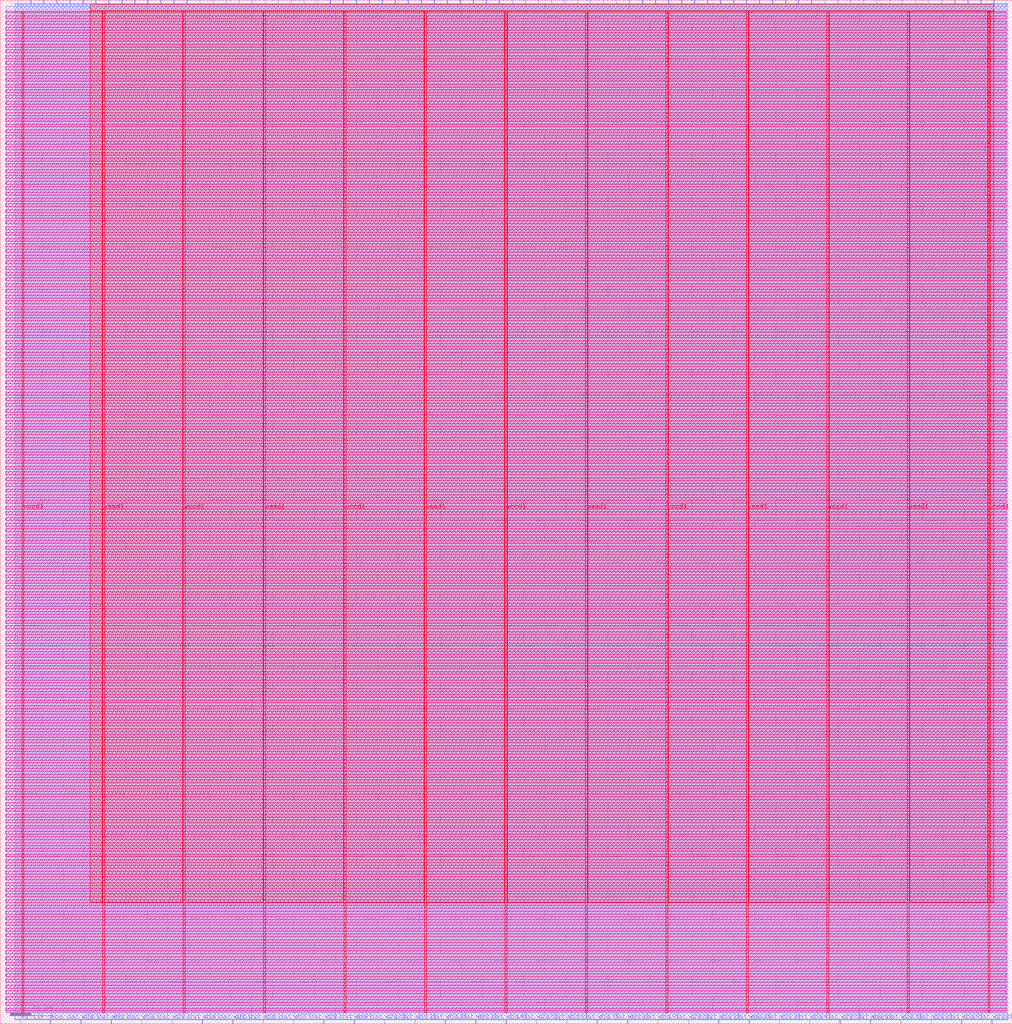
<source format=lef>
VERSION 5.7 ;
  NOWIREEXTENSIONATPIN ON ;
  DIVIDERCHAR "/" ;
  BUSBITCHARS "[]" ;
MACRO prediction
  CLASS BLOCK ;
  FOREIGN prediction ;
  ORIGIN 0.000 0.000 ;
  SIZE 965.765 BY 976.485 ;
  PIN io_in[0]
    DIRECTION INPUT ;
    USE SIGNAL ;
    PORT
      LAYER met2 ;
        RECT 16.650 972.485 16.930 976.485 ;
    END
  END io_in[0]
  PIN io_in[10]
    DIRECTION INPUT ;
    USE SIGNAL ;
    PORT
      LAYER met2 ;
        RECT 265.050 972.485 265.330 976.485 ;
    END
  END io_in[10]
  PIN io_in[11]
    DIRECTION INPUT ;
    USE SIGNAL ;
    PORT
      LAYER met2 ;
        RECT 289.890 972.485 290.170 976.485 ;
    END
  END io_in[11]
  PIN io_in[12]
    DIRECTION INPUT ;
    USE SIGNAL ;
    PORT
      LAYER met2 ;
        RECT 314.730 972.485 315.010 976.485 ;
    END
  END io_in[12]
  PIN io_in[13]
    DIRECTION INPUT ;
    USE SIGNAL ;
    PORT
      LAYER met2 ;
        RECT 339.570 972.485 339.850 976.485 ;
    END
  END io_in[13]
  PIN io_in[14]
    DIRECTION INPUT ;
    USE SIGNAL ;
    PORT
      LAYER met2 ;
        RECT 364.410 972.485 364.690 976.485 ;
    END
  END io_in[14]
  PIN io_in[15]
    DIRECTION INPUT ;
    USE SIGNAL ;
    PORT
      LAYER met2 ;
        RECT 389.250 972.485 389.530 976.485 ;
    END
  END io_in[15]
  PIN io_in[16]
    DIRECTION INPUT ;
    USE SIGNAL ;
    PORT
      LAYER met2 ;
        RECT 414.090 972.485 414.370 976.485 ;
    END
  END io_in[16]
  PIN io_in[17]
    DIRECTION INPUT ;
    USE SIGNAL ;
    PORT
      LAYER met2 ;
        RECT 438.930 972.485 439.210 976.485 ;
    END
  END io_in[17]
  PIN io_in[18]
    DIRECTION INPUT ;
    USE SIGNAL ;
    PORT
      LAYER met2 ;
        RECT 463.770 972.485 464.050 976.485 ;
    END
  END io_in[18]
  PIN io_in[19]
    DIRECTION INPUT ;
    USE SIGNAL ;
    PORT
      LAYER met2 ;
        RECT 488.610 972.485 488.890 976.485 ;
    END
  END io_in[19]
  PIN io_in[1]
    DIRECTION INPUT ;
    USE SIGNAL ;
    PORT
      LAYER met2 ;
        RECT 41.490 972.485 41.770 976.485 ;
    END
  END io_in[1]
  PIN io_in[20]
    DIRECTION INPUT ;
    USE SIGNAL ;
    PORT
      LAYER met2 ;
        RECT 513.450 972.485 513.730 976.485 ;
    END
  END io_in[20]
  PIN io_in[21]
    DIRECTION INPUT ;
    USE SIGNAL ;
    PORT
      LAYER met2 ;
        RECT 538.290 972.485 538.570 976.485 ;
    END
  END io_in[21]
  PIN io_in[22]
    DIRECTION INPUT ;
    USE SIGNAL ;
    PORT
      LAYER met2 ;
        RECT 563.130 972.485 563.410 976.485 ;
    END
  END io_in[22]
  PIN io_in[23]
    DIRECTION INPUT ;
    USE SIGNAL ;
    PORT
      LAYER met2 ;
        RECT 587.970 972.485 588.250 976.485 ;
    END
  END io_in[23]
  PIN io_in[24]
    DIRECTION INPUT ;
    USE SIGNAL ;
    PORT
      LAYER met2 ;
        RECT 612.810 972.485 613.090 976.485 ;
    END
  END io_in[24]
  PIN io_in[25]
    DIRECTION INPUT ;
    USE SIGNAL ;
    PORT
      LAYER met2 ;
        RECT 637.650 972.485 637.930 976.485 ;
    END
  END io_in[25]
  PIN io_in[26]
    DIRECTION INPUT ;
    USE SIGNAL ;
    PORT
      LAYER met2 ;
        RECT 662.490 972.485 662.770 976.485 ;
    END
  END io_in[26]
  PIN io_in[27]
    DIRECTION INPUT ;
    USE SIGNAL ;
    PORT
      LAYER met2 ;
        RECT 687.330 972.485 687.610 976.485 ;
    END
  END io_in[27]
  PIN io_in[28]
    DIRECTION INPUT ;
    USE SIGNAL ;
    PORT
      LAYER met2 ;
        RECT 712.170 972.485 712.450 976.485 ;
    END
  END io_in[28]
  PIN io_in[29]
    DIRECTION INPUT ;
    USE SIGNAL ;
    PORT
      LAYER met2 ;
        RECT 737.010 972.485 737.290 976.485 ;
    END
  END io_in[29]
  PIN io_in[2]
    DIRECTION INPUT ;
    USE SIGNAL ;
    PORT
      LAYER met2 ;
        RECT 66.330 972.485 66.610 976.485 ;
    END
  END io_in[2]
  PIN io_in[30]
    DIRECTION INPUT ;
    USE SIGNAL ;
    PORT
      LAYER met2 ;
        RECT 761.850 972.485 762.130 976.485 ;
    END
  END io_in[30]
  PIN io_in[31]
    DIRECTION INPUT ;
    USE SIGNAL ;
    PORT
      LAYER met2 ;
        RECT 786.690 972.485 786.970 976.485 ;
    END
  END io_in[31]
  PIN io_in[32]
    DIRECTION INPUT ;
    USE SIGNAL ;
    PORT
      LAYER met2 ;
        RECT 811.530 972.485 811.810 976.485 ;
    END
  END io_in[32]
  PIN io_in[33]
    DIRECTION INPUT ;
    USE SIGNAL ;
    PORT
      LAYER met2 ;
        RECT 836.370 972.485 836.650 976.485 ;
    END
  END io_in[33]
  PIN io_in[34]
    DIRECTION INPUT ;
    USE SIGNAL ;
    PORT
      LAYER met2 ;
        RECT 861.210 972.485 861.490 976.485 ;
    END
  END io_in[34]
  PIN io_in[35]
    DIRECTION INPUT ;
    USE SIGNAL ;
    PORT
      LAYER met2 ;
        RECT 886.050 972.485 886.330 976.485 ;
    END
  END io_in[35]
  PIN io_in[36]
    DIRECTION INPUT ;
    USE SIGNAL ;
    PORT
      LAYER met2 ;
        RECT 910.890 972.485 911.170 976.485 ;
    END
  END io_in[36]
  PIN io_in[37]
    DIRECTION INPUT ;
    USE SIGNAL ;
    PORT
      LAYER met2 ;
        RECT 935.730 972.485 936.010 976.485 ;
    END
  END io_in[37]
  PIN io_in[3]
    DIRECTION INPUT ;
    USE SIGNAL ;
    PORT
      LAYER met2 ;
        RECT 91.170 972.485 91.450 976.485 ;
    END
  END io_in[3]
  PIN io_in[4]
    DIRECTION INPUT ;
    USE SIGNAL ;
    PORT
      LAYER met2 ;
        RECT 116.010 972.485 116.290 976.485 ;
    END
  END io_in[4]
  PIN io_in[5]
    DIRECTION INPUT ;
    USE SIGNAL ;
    PORT
      LAYER met2 ;
        RECT 140.850 972.485 141.130 976.485 ;
    END
  END io_in[5]
  PIN io_in[6]
    DIRECTION INPUT ;
    USE SIGNAL ;
    PORT
      LAYER met2 ;
        RECT 165.690 972.485 165.970 976.485 ;
    END
  END io_in[6]
  PIN io_in[7]
    DIRECTION INPUT ;
    USE SIGNAL ;
    PORT
      LAYER met2 ;
        RECT 190.530 972.485 190.810 976.485 ;
    END
  END io_in[7]
  PIN io_in[8]
    DIRECTION INPUT ;
    USE SIGNAL ;
    PORT
      LAYER met2 ;
        RECT 215.370 972.485 215.650 976.485 ;
    END
  END io_in[8]
  PIN io_in[9]
    DIRECTION INPUT ;
    USE SIGNAL ;
    PORT
      LAYER met2 ;
        RECT 240.210 972.485 240.490 976.485 ;
    END
  END io_in[9]
  PIN io_out[0]
    DIRECTION OUTPUT TRISTATE ;
    USE SIGNAL ;
    PORT
      LAYER met2 ;
        RECT 29.070 972.485 29.350 976.485 ;
    END
  END io_out[0]
  PIN io_out[10]
    DIRECTION OUTPUT TRISTATE ;
    USE SIGNAL ;
    PORT
      LAYER met2 ;
        RECT 277.470 972.485 277.750 976.485 ;
    END
  END io_out[10]
  PIN io_out[11]
    DIRECTION OUTPUT TRISTATE ;
    USE SIGNAL ;
    PORT
      LAYER met2 ;
        RECT 302.310 972.485 302.590 976.485 ;
    END
  END io_out[11]
  PIN io_out[12]
    DIRECTION OUTPUT TRISTATE ;
    USE SIGNAL ;
    PORT
      LAYER met2 ;
        RECT 327.150 972.485 327.430 976.485 ;
    END
  END io_out[12]
  PIN io_out[13]
    DIRECTION OUTPUT TRISTATE ;
    USE SIGNAL ;
    PORT
      LAYER met2 ;
        RECT 351.990 972.485 352.270 976.485 ;
    END
  END io_out[13]
  PIN io_out[14]
    DIRECTION OUTPUT TRISTATE ;
    USE SIGNAL ;
    PORT
      LAYER met2 ;
        RECT 376.830 972.485 377.110 976.485 ;
    END
  END io_out[14]
  PIN io_out[15]
    DIRECTION OUTPUT TRISTATE ;
    USE SIGNAL ;
    PORT
      LAYER met2 ;
        RECT 401.670 972.485 401.950 976.485 ;
    END
  END io_out[15]
  PIN io_out[16]
    DIRECTION OUTPUT TRISTATE ;
    USE SIGNAL ;
    PORT
      LAYER met2 ;
        RECT 426.510 972.485 426.790 976.485 ;
    END
  END io_out[16]
  PIN io_out[17]
    DIRECTION OUTPUT TRISTATE ;
    USE SIGNAL ;
    PORT
      LAYER met2 ;
        RECT 451.350 972.485 451.630 976.485 ;
    END
  END io_out[17]
  PIN io_out[18]
    DIRECTION OUTPUT TRISTATE ;
    USE SIGNAL ;
    PORT
      LAYER met2 ;
        RECT 476.190 972.485 476.470 976.485 ;
    END
  END io_out[18]
  PIN io_out[19]
    DIRECTION OUTPUT TRISTATE ;
    USE SIGNAL ;
    PORT
      LAYER met2 ;
        RECT 501.030 972.485 501.310 976.485 ;
    END
  END io_out[19]
  PIN io_out[1]
    DIRECTION OUTPUT TRISTATE ;
    USE SIGNAL ;
    PORT
      LAYER met2 ;
        RECT 53.910 972.485 54.190 976.485 ;
    END
  END io_out[1]
  PIN io_out[20]
    DIRECTION OUTPUT TRISTATE ;
    USE SIGNAL ;
    PORT
      LAYER met2 ;
        RECT 525.870 972.485 526.150 976.485 ;
    END
  END io_out[20]
  PIN io_out[21]
    DIRECTION OUTPUT TRISTATE ;
    USE SIGNAL ;
    PORT
      LAYER met2 ;
        RECT 550.710 972.485 550.990 976.485 ;
    END
  END io_out[21]
  PIN io_out[22]
    DIRECTION OUTPUT TRISTATE ;
    USE SIGNAL ;
    PORT
      LAYER met2 ;
        RECT 575.550 972.485 575.830 976.485 ;
    END
  END io_out[22]
  PIN io_out[23]
    DIRECTION OUTPUT TRISTATE ;
    USE SIGNAL ;
    PORT
      LAYER met2 ;
        RECT 600.390 972.485 600.670 976.485 ;
    END
  END io_out[23]
  PIN io_out[24]
    DIRECTION OUTPUT TRISTATE ;
    USE SIGNAL ;
    PORT
      LAYER met2 ;
        RECT 625.230 972.485 625.510 976.485 ;
    END
  END io_out[24]
  PIN io_out[25]
    DIRECTION OUTPUT TRISTATE ;
    USE SIGNAL ;
    PORT
      LAYER met2 ;
        RECT 650.070 972.485 650.350 976.485 ;
    END
  END io_out[25]
  PIN io_out[26]
    DIRECTION OUTPUT TRISTATE ;
    USE SIGNAL ;
    PORT
      LAYER met2 ;
        RECT 674.910 972.485 675.190 976.485 ;
    END
  END io_out[26]
  PIN io_out[27]
    DIRECTION OUTPUT TRISTATE ;
    USE SIGNAL ;
    PORT
      LAYER met2 ;
        RECT 699.750 972.485 700.030 976.485 ;
    END
  END io_out[27]
  PIN io_out[28]
    DIRECTION OUTPUT TRISTATE ;
    USE SIGNAL ;
    PORT
      LAYER met2 ;
        RECT 724.590 972.485 724.870 976.485 ;
    END
  END io_out[28]
  PIN io_out[29]
    DIRECTION OUTPUT TRISTATE ;
    USE SIGNAL ;
    PORT
      LAYER met2 ;
        RECT 749.430 972.485 749.710 976.485 ;
    END
  END io_out[29]
  PIN io_out[2]
    DIRECTION OUTPUT TRISTATE ;
    USE SIGNAL ;
    PORT
      LAYER met2 ;
        RECT 78.750 972.485 79.030 976.485 ;
    END
  END io_out[2]
  PIN io_out[30]
    DIRECTION OUTPUT TRISTATE ;
    USE SIGNAL ;
    PORT
      LAYER met2 ;
        RECT 774.270 972.485 774.550 976.485 ;
    END
  END io_out[30]
  PIN io_out[31]
    DIRECTION OUTPUT TRISTATE ;
    USE SIGNAL ;
    PORT
      LAYER met2 ;
        RECT 799.110 972.485 799.390 976.485 ;
    END
  END io_out[31]
  PIN io_out[32]
    DIRECTION OUTPUT TRISTATE ;
    USE SIGNAL ;
    PORT
      LAYER met2 ;
        RECT 823.950 972.485 824.230 976.485 ;
    END
  END io_out[32]
  PIN io_out[33]
    DIRECTION OUTPUT TRISTATE ;
    USE SIGNAL ;
    PORT
      LAYER met2 ;
        RECT 848.790 972.485 849.070 976.485 ;
    END
  END io_out[33]
  PIN io_out[34]
    DIRECTION OUTPUT TRISTATE ;
    USE SIGNAL ;
    PORT
      LAYER met2 ;
        RECT 873.630 972.485 873.910 976.485 ;
    END
  END io_out[34]
  PIN io_out[35]
    DIRECTION OUTPUT TRISTATE ;
    USE SIGNAL ;
    PORT
      LAYER met2 ;
        RECT 898.470 972.485 898.750 976.485 ;
    END
  END io_out[35]
  PIN io_out[36]
    DIRECTION OUTPUT TRISTATE ;
    USE SIGNAL ;
    PORT
      LAYER met2 ;
        RECT 923.310 972.485 923.590 976.485 ;
    END
  END io_out[36]
  PIN io_out[37]
    DIRECTION OUTPUT TRISTATE ;
    USE SIGNAL ;
    PORT
      LAYER met2 ;
        RECT 948.150 972.485 948.430 976.485 ;
    END
  END io_out[37]
  PIN io_out[3]
    DIRECTION OUTPUT TRISTATE ;
    USE SIGNAL ;
    PORT
      LAYER met2 ;
        RECT 103.590 972.485 103.870 976.485 ;
    END
  END io_out[3]
  PIN io_out[4]
    DIRECTION OUTPUT TRISTATE ;
    USE SIGNAL ;
    PORT
      LAYER met2 ;
        RECT 128.430 972.485 128.710 976.485 ;
    END
  END io_out[4]
  PIN io_out[5]
    DIRECTION OUTPUT TRISTATE ;
    USE SIGNAL ;
    PORT
      LAYER met2 ;
        RECT 153.270 972.485 153.550 976.485 ;
    END
  END io_out[5]
  PIN io_out[6]
    DIRECTION OUTPUT TRISTATE ;
    USE SIGNAL ;
    PORT
      LAYER met2 ;
        RECT 178.110 972.485 178.390 976.485 ;
    END
  END io_out[6]
  PIN io_out[7]
    DIRECTION OUTPUT TRISTATE ;
    USE SIGNAL ;
    PORT
      LAYER met2 ;
        RECT 202.950 972.485 203.230 976.485 ;
    END
  END io_out[7]
  PIN io_out[8]
    DIRECTION OUTPUT TRISTATE ;
    USE SIGNAL ;
    PORT
      LAYER met2 ;
        RECT 227.790 972.485 228.070 976.485 ;
    END
  END io_out[8]
  PIN io_out[9]
    DIRECTION OUTPUT TRISTATE ;
    USE SIGNAL ;
    PORT
      LAYER met2 ;
        RECT 252.630 972.485 252.910 976.485 ;
    END
  END io_out[9]
  PIN vccd1
    DIRECTION INOUT ;
    USE POWER ;
    PORT
      LAYER met4 ;
        RECT 21.040 10.640 22.640 965.840 ;
    END
    PORT
      LAYER met4 ;
        RECT 174.640 10.640 176.240 965.840 ;
    END
    PORT
      LAYER met4 ;
        RECT 328.240 10.640 329.840 965.840 ;
    END
    PORT
      LAYER met4 ;
        RECT 481.840 10.640 483.440 965.840 ;
    END
    PORT
      LAYER met4 ;
        RECT 635.440 10.640 637.040 965.840 ;
    END
    PORT
      LAYER met4 ;
        RECT 789.040 10.640 790.640 965.840 ;
    END
    PORT
      LAYER met4 ;
        RECT 942.640 10.640 944.240 965.840 ;
    END
  END vccd1
  PIN vssd1
    DIRECTION INOUT ;
    USE GROUND ;
    PORT
      LAYER met4 ;
        RECT 97.840 10.640 99.440 965.840 ;
    END
    PORT
      LAYER met4 ;
        RECT 251.440 10.640 253.040 965.840 ;
    END
    PORT
      LAYER met4 ;
        RECT 405.040 10.640 406.640 965.840 ;
    END
    PORT
      LAYER met4 ;
        RECT 558.640 10.640 560.240 965.840 ;
    END
    PORT
      LAYER met4 ;
        RECT 712.240 10.640 713.840 965.840 ;
    END
    PORT
      LAYER met4 ;
        RECT 865.840 10.640 867.440 965.840 ;
    END
  END vssd1
  PIN wb_clk_i
    DIRECTION INPUT ;
    USE SIGNAL ;
    PORT
      LAYER met2 ;
        RECT 18.950 0.000 19.230 4.000 ;
    END
  END wb_clk_i
  PIN wbs_dat_o[0]
    DIRECTION OUTPUT TRISTATE ;
    USE SIGNAL ;
    PORT
      LAYER met2 ;
        RECT 47.930 0.000 48.210 4.000 ;
    END
  END wbs_dat_o[0]
  PIN wbs_dat_o[10]
    DIRECTION OUTPUT TRISTATE ;
    USE SIGNAL ;
    PORT
      LAYER met2 ;
        RECT 337.730 0.000 338.010 4.000 ;
    END
  END wbs_dat_o[10]
  PIN wbs_dat_o[11]
    DIRECTION OUTPUT TRISTATE ;
    USE SIGNAL ;
    PORT
      LAYER met2 ;
        RECT 366.710 0.000 366.990 4.000 ;
    END
  END wbs_dat_o[11]
  PIN wbs_dat_o[12]
    DIRECTION OUTPUT TRISTATE ;
    USE SIGNAL ;
    PORT
      LAYER met2 ;
        RECT 395.690 0.000 395.970 4.000 ;
    END
  END wbs_dat_o[12]
  PIN wbs_dat_o[13]
    DIRECTION OUTPUT TRISTATE ;
    USE SIGNAL ;
    PORT
      LAYER met2 ;
        RECT 424.670 0.000 424.950 4.000 ;
    END
  END wbs_dat_o[13]
  PIN wbs_dat_o[14]
    DIRECTION OUTPUT TRISTATE ;
    USE SIGNAL ;
    PORT
      LAYER met2 ;
        RECT 453.650 0.000 453.930 4.000 ;
    END
  END wbs_dat_o[14]
  PIN wbs_dat_o[15]
    DIRECTION OUTPUT TRISTATE ;
    USE SIGNAL ;
    PORT
      LAYER met2 ;
        RECT 482.630 0.000 482.910 4.000 ;
    END
  END wbs_dat_o[15]
  PIN wbs_dat_o[16]
    DIRECTION OUTPUT TRISTATE ;
    USE SIGNAL ;
    PORT
      LAYER met2 ;
        RECT 511.610 0.000 511.890 4.000 ;
    END
  END wbs_dat_o[16]
  PIN wbs_dat_o[17]
    DIRECTION OUTPUT TRISTATE ;
    USE SIGNAL ;
    PORT
      LAYER met2 ;
        RECT 540.590 0.000 540.870 4.000 ;
    END
  END wbs_dat_o[17]
  PIN wbs_dat_o[18]
    DIRECTION OUTPUT TRISTATE ;
    USE SIGNAL ;
    PORT
      LAYER met2 ;
        RECT 569.570 0.000 569.850 4.000 ;
    END
  END wbs_dat_o[18]
  PIN wbs_dat_o[19]
    DIRECTION OUTPUT TRISTATE ;
    USE SIGNAL ;
    PORT
      LAYER met2 ;
        RECT 598.550 0.000 598.830 4.000 ;
    END
  END wbs_dat_o[19]
  PIN wbs_dat_o[1]
    DIRECTION OUTPUT TRISTATE ;
    USE SIGNAL ;
    PORT
      LAYER met2 ;
        RECT 76.910 0.000 77.190 4.000 ;
    END
  END wbs_dat_o[1]
  PIN wbs_dat_o[20]
    DIRECTION OUTPUT TRISTATE ;
    USE SIGNAL ;
    PORT
      LAYER met2 ;
        RECT 627.530 0.000 627.810 4.000 ;
    END
  END wbs_dat_o[20]
  PIN wbs_dat_o[21]
    DIRECTION OUTPUT TRISTATE ;
    USE SIGNAL ;
    PORT
      LAYER met2 ;
        RECT 656.510 0.000 656.790 4.000 ;
    END
  END wbs_dat_o[21]
  PIN wbs_dat_o[22]
    DIRECTION OUTPUT TRISTATE ;
    USE SIGNAL ;
    PORT
      LAYER met2 ;
        RECT 685.490 0.000 685.770 4.000 ;
    END
  END wbs_dat_o[22]
  PIN wbs_dat_o[23]
    DIRECTION OUTPUT TRISTATE ;
    USE SIGNAL ;
    PORT
      LAYER met2 ;
        RECT 714.470 0.000 714.750 4.000 ;
    END
  END wbs_dat_o[23]
  PIN wbs_dat_o[24]
    DIRECTION OUTPUT TRISTATE ;
    USE SIGNAL ;
    PORT
      LAYER met2 ;
        RECT 743.450 0.000 743.730 4.000 ;
    END
  END wbs_dat_o[24]
  PIN wbs_dat_o[25]
    DIRECTION OUTPUT TRISTATE ;
    USE SIGNAL ;
    PORT
      LAYER met2 ;
        RECT 772.430 0.000 772.710 4.000 ;
    END
  END wbs_dat_o[25]
  PIN wbs_dat_o[26]
    DIRECTION OUTPUT TRISTATE ;
    USE SIGNAL ;
    PORT
      LAYER met2 ;
        RECT 801.410 0.000 801.690 4.000 ;
    END
  END wbs_dat_o[26]
  PIN wbs_dat_o[27]
    DIRECTION OUTPUT TRISTATE ;
    USE SIGNAL ;
    PORT
      LAYER met2 ;
        RECT 830.390 0.000 830.670 4.000 ;
    END
  END wbs_dat_o[27]
  PIN wbs_dat_o[28]
    DIRECTION OUTPUT TRISTATE ;
    USE SIGNAL ;
    PORT
      LAYER met2 ;
        RECT 859.370 0.000 859.650 4.000 ;
    END
  END wbs_dat_o[28]
  PIN wbs_dat_o[29]
    DIRECTION OUTPUT TRISTATE ;
    USE SIGNAL ;
    PORT
      LAYER met2 ;
        RECT 888.350 0.000 888.630 4.000 ;
    END
  END wbs_dat_o[29]
  PIN wbs_dat_o[2]
    DIRECTION OUTPUT TRISTATE ;
    USE SIGNAL ;
    PORT
      LAYER met2 ;
        RECT 105.890 0.000 106.170 4.000 ;
    END
  END wbs_dat_o[2]
  PIN wbs_dat_o[30]
    DIRECTION OUTPUT TRISTATE ;
    USE SIGNAL ;
    PORT
      LAYER met2 ;
        RECT 917.330 0.000 917.610 4.000 ;
    END
  END wbs_dat_o[30]
  PIN wbs_dat_o[31]
    DIRECTION OUTPUT TRISTATE ;
    USE SIGNAL ;
    PORT
      LAYER met2 ;
        RECT 946.310 0.000 946.590 4.000 ;
    END
  END wbs_dat_o[31]
  PIN wbs_dat_o[3]
    DIRECTION OUTPUT TRISTATE ;
    USE SIGNAL ;
    PORT
      LAYER met2 ;
        RECT 134.870 0.000 135.150 4.000 ;
    END
  END wbs_dat_o[3]
  PIN wbs_dat_o[4]
    DIRECTION OUTPUT TRISTATE ;
    USE SIGNAL ;
    PORT
      LAYER met2 ;
        RECT 163.850 0.000 164.130 4.000 ;
    END
  END wbs_dat_o[4]
  PIN wbs_dat_o[5]
    DIRECTION OUTPUT TRISTATE ;
    USE SIGNAL ;
    PORT
      LAYER met2 ;
        RECT 192.830 0.000 193.110 4.000 ;
    END
  END wbs_dat_o[5]
  PIN wbs_dat_o[6]
    DIRECTION OUTPUT TRISTATE ;
    USE SIGNAL ;
    PORT
      LAYER met2 ;
        RECT 221.810 0.000 222.090 4.000 ;
    END
  END wbs_dat_o[6]
  PIN wbs_dat_o[7]
    DIRECTION OUTPUT TRISTATE ;
    USE SIGNAL ;
    PORT
      LAYER met2 ;
        RECT 250.790 0.000 251.070 4.000 ;
    END
  END wbs_dat_o[7]
  PIN wbs_dat_o[8]
    DIRECTION OUTPUT TRISTATE ;
    USE SIGNAL ;
    PORT
      LAYER met2 ;
        RECT 279.770 0.000 280.050 4.000 ;
    END
  END wbs_dat_o[8]
  PIN wbs_dat_o[9]
    DIRECTION OUTPUT TRISTATE ;
    USE SIGNAL ;
    PORT
      LAYER met2 ;
        RECT 308.750 0.000 309.030 4.000 ;
    END
  END wbs_dat_o[9]
  OBS
      LAYER nwell ;
        RECT 5.330 964.185 960.210 965.790 ;
        RECT 5.330 958.745 960.210 961.575 ;
        RECT 5.330 953.305 960.210 956.135 ;
        RECT 5.330 947.865 960.210 950.695 ;
        RECT 5.330 942.425 960.210 945.255 ;
        RECT 5.330 936.985 960.210 939.815 ;
        RECT 5.330 931.545 960.210 934.375 ;
        RECT 5.330 926.105 960.210 928.935 ;
        RECT 5.330 920.665 960.210 923.495 ;
        RECT 5.330 915.225 960.210 918.055 ;
        RECT 5.330 909.785 960.210 912.615 ;
        RECT 5.330 904.345 960.210 907.175 ;
        RECT 5.330 898.905 960.210 901.735 ;
        RECT 5.330 893.465 960.210 896.295 ;
        RECT 5.330 888.025 960.210 890.855 ;
        RECT 5.330 882.585 960.210 885.415 ;
        RECT 5.330 877.145 960.210 879.975 ;
        RECT 5.330 871.705 960.210 874.535 ;
        RECT 5.330 866.265 960.210 869.095 ;
        RECT 5.330 860.825 960.210 863.655 ;
        RECT 5.330 855.385 960.210 858.215 ;
        RECT 5.330 849.945 960.210 852.775 ;
        RECT 5.330 844.505 960.210 847.335 ;
        RECT 5.330 839.065 960.210 841.895 ;
        RECT 5.330 833.625 960.210 836.455 ;
        RECT 5.330 828.185 960.210 831.015 ;
        RECT 5.330 822.745 960.210 825.575 ;
        RECT 5.330 817.305 960.210 820.135 ;
        RECT 5.330 811.865 960.210 814.695 ;
        RECT 5.330 806.425 960.210 809.255 ;
        RECT 5.330 800.985 960.210 803.815 ;
        RECT 5.330 795.545 960.210 798.375 ;
        RECT 5.330 790.105 960.210 792.935 ;
        RECT 5.330 784.665 960.210 787.495 ;
        RECT 5.330 779.225 960.210 782.055 ;
        RECT 5.330 773.785 960.210 776.615 ;
        RECT 5.330 768.345 960.210 771.175 ;
        RECT 5.330 762.905 960.210 765.735 ;
        RECT 5.330 757.465 960.210 760.295 ;
        RECT 5.330 752.025 960.210 754.855 ;
        RECT 5.330 746.585 960.210 749.415 ;
        RECT 5.330 741.145 960.210 743.975 ;
        RECT 5.330 735.705 960.210 738.535 ;
        RECT 5.330 730.265 960.210 733.095 ;
        RECT 5.330 724.825 960.210 727.655 ;
        RECT 5.330 719.385 960.210 722.215 ;
        RECT 5.330 713.945 960.210 716.775 ;
        RECT 5.330 708.505 960.210 711.335 ;
        RECT 5.330 703.065 960.210 705.895 ;
        RECT 5.330 697.625 960.210 700.455 ;
        RECT 5.330 692.185 960.210 695.015 ;
        RECT 5.330 686.745 960.210 689.575 ;
        RECT 5.330 681.305 960.210 684.135 ;
        RECT 5.330 675.865 960.210 678.695 ;
        RECT 5.330 670.425 960.210 673.255 ;
        RECT 5.330 664.985 960.210 667.815 ;
        RECT 5.330 659.545 960.210 662.375 ;
        RECT 5.330 654.105 960.210 656.935 ;
        RECT 5.330 648.665 960.210 651.495 ;
        RECT 5.330 643.225 960.210 646.055 ;
        RECT 5.330 637.785 960.210 640.615 ;
        RECT 5.330 632.345 960.210 635.175 ;
        RECT 5.330 626.905 960.210 629.735 ;
        RECT 5.330 621.465 960.210 624.295 ;
        RECT 5.330 616.025 960.210 618.855 ;
        RECT 5.330 610.585 960.210 613.415 ;
        RECT 5.330 605.145 960.210 607.975 ;
        RECT 5.330 599.705 960.210 602.535 ;
        RECT 5.330 594.265 960.210 597.095 ;
        RECT 5.330 588.825 960.210 591.655 ;
        RECT 5.330 583.385 960.210 586.215 ;
        RECT 5.330 577.945 960.210 580.775 ;
        RECT 5.330 572.505 960.210 575.335 ;
        RECT 5.330 567.065 960.210 569.895 ;
        RECT 5.330 561.625 960.210 564.455 ;
        RECT 5.330 556.185 960.210 559.015 ;
        RECT 5.330 550.745 960.210 553.575 ;
        RECT 5.330 545.305 960.210 548.135 ;
        RECT 5.330 539.865 960.210 542.695 ;
        RECT 5.330 534.425 960.210 537.255 ;
        RECT 5.330 528.985 960.210 531.815 ;
        RECT 5.330 523.545 960.210 526.375 ;
        RECT 5.330 518.105 960.210 520.935 ;
        RECT 5.330 512.665 960.210 515.495 ;
        RECT 5.330 507.225 960.210 510.055 ;
        RECT 5.330 501.785 960.210 504.615 ;
        RECT 5.330 496.345 960.210 499.175 ;
        RECT 5.330 490.905 960.210 493.735 ;
        RECT 5.330 485.465 960.210 488.295 ;
        RECT 5.330 480.025 960.210 482.855 ;
        RECT 5.330 474.585 960.210 477.415 ;
        RECT 5.330 469.145 960.210 471.975 ;
        RECT 5.330 463.705 960.210 466.535 ;
        RECT 5.330 458.265 960.210 461.095 ;
        RECT 5.330 452.825 960.210 455.655 ;
        RECT 5.330 447.385 960.210 450.215 ;
        RECT 5.330 441.945 960.210 444.775 ;
        RECT 5.330 436.505 960.210 439.335 ;
        RECT 5.330 431.065 960.210 433.895 ;
        RECT 5.330 425.625 960.210 428.455 ;
        RECT 5.330 420.185 960.210 423.015 ;
        RECT 5.330 414.745 960.210 417.575 ;
        RECT 5.330 409.305 960.210 412.135 ;
        RECT 5.330 403.865 960.210 406.695 ;
        RECT 5.330 398.425 960.210 401.255 ;
        RECT 5.330 392.985 960.210 395.815 ;
        RECT 5.330 387.545 960.210 390.375 ;
        RECT 5.330 382.105 960.210 384.935 ;
        RECT 5.330 376.665 960.210 379.495 ;
        RECT 5.330 371.225 960.210 374.055 ;
        RECT 5.330 365.785 960.210 368.615 ;
        RECT 5.330 360.345 960.210 363.175 ;
        RECT 5.330 354.905 960.210 357.735 ;
        RECT 5.330 349.465 960.210 352.295 ;
        RECT 5.330 344.025 960.210 346.855 ;
        RECT 5.330 338.585 960.210 341.415 ;
        RECT 5.330 333.145 960.210 335.975 ;
        RECT 5.330 327.705 960.210 330.535 ;
        RECT 5.330 322.265 960.210 325.095 ;
        RECT 5.330 316.825 960.210 319.655 ;
        RECT 5.330 311.385 960.210 314.215 ;
        RECT 5.330 305.945 960.210 308.775 ;
        RECT 5.330 300.505 960.210 303.335 ;
        RECT 5.330 295.065 960.210 297.895 ;
        RECT 5.330 289.625 960.210 292.455 ;
        RECT 5.330 284.185 960.210 287.015 ;
        RECT 5.330 278.745 960.210 281.575 ;
        RECT 5.330 273.305 960.210 276.135 ;
        RECT 5.330 267.865 960.210 270.695 ;
        RECT 5.330 262.425 960.210 265.255 ;
        RECT 5.330 256.985 960.210 259.815 ;
        RECT 5.330 251.545 960.210 254.375 ;
        RECT 5.330 246.105 960.210 248.935 ;
        RECT 5.330 240.665 960.210 243.495 ;
        RECT 5.330 235.225 960.210 238.055 ;
        RECT 5.330 229.785 960.210 232.615 ;
        RECT 5.330 224.345 960.210 227.175 ;
        RECT 5.330 218.905 960.210 221.735 ;
        RECT 5.330 213.465 960.210 216.295 ;
        RECT 5.330 208.025 960.210 210.855 ;
        RECT 5.330 202.585 960.210 205.415 ;
        RECT 5.330 197.145 960.210 199.975 ;
        RECT 5.330 191.705 960.210 194.535 ;
        RECT 5.330 186.265 960.210 189.095 ;
        RECT 5.330 180.825 960.210 183.655 ;
        RECT 5.330 175.385 960.210 178.215 ;
        RECT 5.330 169.945 960.210 172.775 ;
        RECT 5.330 164.505 960.210 167.335 ;
        RECT 5.330 159.065 960.210 161.895 ;
        RECT 5.330 153.625 960.210 156.455 ;
        RECT 5.330 148.185 960.210 151.015 ;
        RECT 5.330 142.745 960.210 145.575 ;
        RECT 5.330 137.305 960.210 140.135 ;
        RECT 5.330 131.865 960.210 134.695 ;
        RECT 5.330 126.425 960.210 129.255 ;
        RECT 5.330 120.985 960.210 123.815 ;
        RECT 5.330 115.545 960.210 118.375 ;
        RECT 5.330 110.105 960.210 112.935 ;
        RECT 5.330 104.665 960.210 107.495 ;
        RECT 5.330 99.225 960.210 102.055 ;
        RECT 5.330 93.785 960.210 96.615 ;
        RECT 5.330 88.345 960.210 91.175 ;
        RECT 5.330 82.905 960.210 85.735 ;
        RECT 5.330 77.465 960.210 80.295 ;
        RECT 5.330 72.025 960.210 74.855 ;
        RECT 5.330 66.585 960.210 69.415 ;
        RECT 5.330 61.145 960.210 63.975 ;
        RECT 5.330 55.705 960.210 58.535 ;
        RECT 5.330 50.265 960.210 53.095 ;
        RECT 5.330 44.825 960.210 47.655 ;
        RECT 5.330 39.385 960.210 42.215 ;
        RECT 5.330 33.945 960.210 36.775 ;
        RECT 5.330 28.505 960.210 31.335 ;
        RECT 5.330 23.065 960.210 25.895 ;
        RECT 5.330 17.625 960.210 20.455 ;
        RECT 5.330 12.185 960.210 15.015 ;
      LAYER li1 ;
        RECT 5.520 10.795 960.020 965.685 ;
      LAYER met1 ;
        RECT 5.520 10.640 961.330 970.320 ;
      LAYER met2 ;
        RECT 13.890 972.205 16.370 972.810 ;
        RECT 17.210 972.205 28.790 972.810 ;
        RECT 29.630 972.205 41.210 972.810 ;
        RECT 42.050 972.205 53.630 972.810 ;
        RECT 54.470 972.205 66.050 972.810 ;
        RECT 66.890 972.205 78.470 972.810 ;
        RECT 79.310 972.205 90.890 972.810 ;
        RECT 91.730 972.205 103.310 972.810 ;
        RECT 104.150 972.205 115.730 972.810 ;
        RECT 116.570 972.205 128.150 972.810 ;
        RECT 128.990 972.205 140.570 972.810 ;
        RECT 141.410 972.205 152.990 972.810 ;
        RECT 153.830 972.205 165.410 972.810 ;
        RECT 166.250 972.205 177.830 972.810 ;
        RECT 178.670 972.205 190.250 972.810 ;
        RECT 191.090 972.205 202.670 972.810 ;
        RECT 203.510 972.205 215.090 972.810 ;
        RECT 215.930 972.205 227.510 972.810 ;
        RECT 228.350 972.205 239.930 972.810 ;
        RECT 240.770 972.205 252.350 972.810 ;
        RECT 253.190 972.205 264.770 972.810 ;
        RECT 265.610 972.205 277.190 972.810 ;
        RECT 278.030 972.205 289.610 972.810 ;
        RECT 290.450 972.205 302.030 972.810 ;
        RECT 302.870 972.205 314.450 972.810 ;
        RECT 315.290 972.205 326.870 972.810 ;
        RECT 327.710 972.205 339.290 972.810 ;
        RECT 340.130 972.205 351.710 972.810 ;
        RECT 352.550 972.205 364.130 972.810 ;
        RECT 364.970 972.205 376.550 972.810 ;
        RECT 377.390 972.205 388.970 972.810 ;
        RECT 389.810 972.205 401.390 972.810 ;
        RECT 402.230 972.205 413.810 972.810 ;
        RECT 414.650 972.205 426.230 972.810 ;
        RECT 427.070 972.205 438.650 972.810 ;
        RECT 439.490 972.205 451.070 972.810 ;
        RECT 451.910 972.205 463.490 972.810 ;
        RECT 464.330 972.205 475.910 972.810 ;
        RECT 476.750 972.205 488.330 972.810 ;
        RECT 489.170 972.205 500.750 972.810 ;
        RECT 501.590 972.205 513.170 972.810 ;
        RECT 514.010 972.205 525.590 972.810 ;
        RECT 526.430 972.205 538.010 972.810 ;
        RECT 538.850 972.205 550.430 972.810 ;
        RECT 551.270 972.205 562.850 972.810 ;
        RECT 563.690 972.205 575.270 972.810 ;
        RECT 576.110 972.205 587.690 972.810 ;
        RECT 588.530 972.205 600.110 972.810 ;
        RECT 600.950 972.205 612.530 972.810 ;
        RECT 613.370 972.205 624.950 972.810 ;
        RECT 625.790 972.205 637.370 972.810 ;
        RECT 638.210 972.205 649.790 972.810 ;
        RECT 650.630 972.205 662.210 972.810 ;
        RECT 663.050 972.205 674.630 972.810 ;
        RECT 675.470 972.205 687.050 972.810 ;
        RECT 687.890 972.205 699.470 972.810 ;
        RECT 700.310 972.205 711.890 972.810 ;
        RECT 712.730 972.205 724.310 972.810 ;
        RECT 725.150 972.205 736.730 972.810 ;
        RECT 737.570 972.205 749.150 972.810 ;
        RECT 749.990 972.205 761.570 972.810 ;
        RECT 762.410 972.205 773.990 972.810 ;
        RECT 774.830 972.205 786.410 972.810 ;
        RECT 787.250 972.205 798.830 972.810 ;
        RECT 799.670 972.205 811.250 972.810 ;
        RECT 812.090 972.205 823.670 972.810 ;
        RECT 824.510 972.205 836.090 972.810 ;
        RECT 836.930 972.205 848.510 972.810 ;
        RECT 849.350 972.205 860.930 972.810 ;
        RECT 861.770 972.205 873.350 972.810 ;
        RECT 874.190 972.205 885.770 972.810 ;
        RECT 886.610 972.205 898.190 972.810 ;
        RECT 899.030 972.205 910.610 972.810 ;
        RECT 911.450 972.205 923.030 972.810 ;
        RECT 923.870 972.205 935.450 972.810 ;
        RECT 936.290 972.205 947.870 972.810 ;
        RECT 948.710 972.205 961.310 972.810 ;
        RECT 13.890 4.280 961.310 972.205 ;
        RECT 13.890 3.670 18.670 4.280 ;
        RECT 19.510 3.670 47.650 4.280 ;
        RECT 48.490 3.670 76.630 4.280 ;
        RECT 77.470 3.670 105.610 4.280 ;
        RECT 106.450 3.670 134.590 4.280 ;
        RECT 135.430 3.670 163.570 4.280 ;
        RECT 164.410 3.670 192.550 4.280 ;
        RECT 193.390 3.670 221.530 4.280 ;
        RECT 222.370 3.670 250.510 4.280 ;
        RECT 251.350 3.670 279.490 4.280 ;
        RECT 280.330 3.670 308.470 4.280 ;
        RECT 309.310 3.670 337.450 4.280 ;
        RECT 338.290 3.670 366.430 4.280 ;
        RECT 367.270 3.670 395.410 4.280 ;
        RECT 396.250 3.670 424.390 4.280 ;
        RECT 425.230 3.670 453.370 4.280 ;
        RECT 454.210 3.670 482.350 4.280 ;
        RECT 483.190 3.670 511.330 4.280 ;
        RECT 512.170 3.670 540.310 4.280 ;
        RECT 541.150 3.670 569.290 4.280 ;
        RECT 570.130 3.670 598.270 4.280 ;
        RECT 599.110 3.670 627.250 4.280 ;
        RECT 628.090 3.670 656.230 4.280 ;
        RECT 657.070 3.670 685.210 4.280 ;
        RECT 686.050 3.670 714.190 4.280 ;
        RECT 715.030 3.670 743.170 4.280 ;
        RECT 744.010 3.670 772.150 4.280 ;
        RECT 772.990 3.670 801.130 4.280 ;
        RECT 801.970 3.670 830.110 4.280 ;
        RECT 830.950 3.670 859.090 4.280 ;
        RECT 859.930 3.670 888.070 4.280 ;
        RECT 888.910 3.670 917.050 4.280 ;
        RECT 917.890 3.670 946.030 4.280 ;
        RECT 946.870 3.670 961.310 4.280 ;
      LAYER met3 ;
        RECT 13.865 10.715 961.335 972.220 ;
      LAYER met4 ;
        RECT 85.855 966.240 948.225 972.225 ;
        RECT 85.855 115.775 97.440 966.240 ;
        RECT 99.840 115.775 174.240 966.240 ;
        RECT 176.640 115.775 251.040 966.240 ;
        RECT 253.440 115.775 327.840 966.240 ;
        RECT 330.240 115.775 404.640 966.240 ;
        RECT 407.040 115.775 481.440 966.240 ;
        RECT 483.840 115.775 558.240 966.240 ;
        RECT 560.640 115.775 635.040 966.240 ;
        RECT 637.440 115.775 711.840 966.240 ;
        RECT 714.240 115.775 788.640 966.240 ;
        RECT 791.040 115.775 865.440 966.240 ;
        RECT 867.840 115.775 942.240 966.240 ;
        RECT 944.640 115.775 948.225 966.240 ;
  END
END prediction
END LIBRARY


</source>
